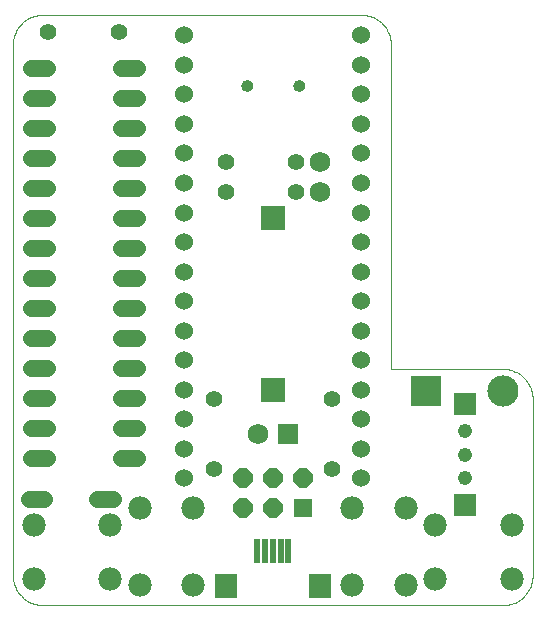
<source format=gts>
G75*
G70*
%OFA0B0*%
%FSLAX24Y24*%
%IPPOS*%
%LPD*%
%AMOC8*
5,1,8,0,0,1.08239X$1,22.5*
%
%ADD10C,0.0000*%
%ADD11C,0.0600*%
%ADD12R,0.0800X0.0800*%
%ADD13R,0.0690X0.0690*%
%ADD14C,0.0690*%
%ADD15R,0.1040X0.1040*%
%ADD16C,0.1040*%
%ADD17R,0.0197X0.0827*%
%ADD18R,0.0749X0.0788*%
%ADD19C,0.0560*%
%ADD20C,0.0780*%
%ADD21C,0.0555*%
%ADD22R,0.0749X0.0749*%
%ADD23C,0.0476*%
%ADD24OC8,0.0640*%
%ADD25R,0.0640X0.0640*%
%ADD26C,0.0394*%
D10*
X001123Y001047D02*
X016445Y001047D01*
X016505Y001049D01*
X016566Y001054D01*
X016625Y001063D01*
X016684Y001076D01*
X016743Y001092D01*
X016800Y001112D01*
X016855Y001135D01*
X016910Y001162D01*
X016962Y001191D01*
X017013Y001224D01*
X017062Y001260D01*
X017108Y001298D01*
X017152Y001340D01*
X017194Y001384D01*
X017232Y001430D01*
X017268Y001479D01*
X017301Y001530D01*
X017330Y001582D01*
X017357Y001637D01*
X017380Y001692D01*
X017400Y001749D01*
X017416Y001808D01*
X017429Y001867D01*
X017438Y001926D01*
X017443Y001987D01*
X017445Y002047D01*
X017445Y007921D01*
X017443Y007981D01*
X017438Y008042D01*
X017429Y008101D01*
X017416Y008160D01*
X017400Y008219D01*
X017380Y008276D01*
X017357Y008331D01*
X017330Y008386D01*
X017301Y008438D01*
X017268Y008489D01*
X017232Y008538D01*
X017194Y008584D01*
X017152Y008628D01*
X017108Y008670D01*
X017062Y008708D01*
X017013Y008744D01*
X016962Y008777D01*
X016910Y008806D01*
X016855Y008833D01*
X016800Y008856D01*
X016743Y008876D01*
X016684Y008892D01*
X016625Y008905D01*
X016566Y008914D01*
X016505Y008919D01*
X016445Y008921D01*
X012721Y008921D01*
X012721Y019732D01*
X012719Y019792D01*
X012714Y019853D01*
X012705Y019912D01*
X012692Y019971D01*
X012676Y020030D01*
X012656Y020087D01*
X012633Y020142D01*
X012606Y020197D01*
X012577Y020249D01*
X012544Y020300D01*
X012508Y020349D01*
X012470Y020395D01*
X012428Y020439D01*
X012384Y020481D01*
X012338Y020519D01*
X012289Y020555D01*
X012238Y020588D01*
X012186Y020617D01*
X012131Y020644D01*
X012076Y020667D01*
X012019Y020687D01*
X011960Y020703D01*
X011901Y020716D01*
X011842Y020725D01*
X011781Y020730D01*
X011721Y020732D01*
X001123Y020732D01*
X001063Y020730D01*
X001002Y020725D01*
X000943Y020716D01*
X000884Y020703D01*
X000825Y020687D01*
X000768Y020667D01*
X000713Y020644D01*
X000658Y020617D01*
X000606Y020588D01*
X000555Y020555D01*
X000506Y020519D01*
X000460Y020481D01*
X000416Y020439D01*
X000374Y020395D01*
X000336Y020349D01*
X000300Y020300D01*
X000267Y020249D01*
X000238Y020197D01*
X000211Y020142D01*
X000188Y020087D01*
X000168Y020030D01*
X000152Y019971D01*
X000139Y019912D01*
X000130Y019853D01*
X000125Y019792D01*
X000123Y019732D01*
X000123Y002047D01*
X000125Y001987D01*
X000130Y001926D01*
X000139Y001867D01*
X000152Y001808D01*
X000168Y001749D01*
X000188Y001692D01*
X000211Y001637D01*
X000238Y001582D01*
X000267Y001530D01*
X000300Y001479D01*
X000336Y001430D01*
X000374Y001384D01*
X000416Y001340D01*
X000460Y001298D01*
X000506Y001260D01*
X000555Y001224D01*
X000606Y001191D01*
X000658Y001162D01*
X000713Y001135D01*
X000768Y001112D01*
X000825Y001092D01*
X000884Y001076D01*
X000943Y001063D01*
X001002Y001054D01*
X001063Y001049D01*
X001123Y001047D01*
X007741Y018370D02*
X007743Y018396D01*
X007749Y018422D01*
X007759Y018447D01*
X007772Y018470D01*
X007788Y018490D01*
X007808Y018508D01*
X007830Y018523D01*
X007853Y018535D01*
X007879Y018543D01*
X007905Y018547D01*
X007931Y018547D01*
X007957Y018543D01*
X007983Y018535D01*
X008007Y018523D01*
X008028Y018508D01*
X008048Y018490D01*
X008064Y018470D01*
X008077Y018447D01*
X008087Y018422D01*
X008093Y018396D01*
X008095Y018370D01*
X008093Y018344D01*
X008087Y018318D01*
X008077Y018293D01*
X008064Y018270D01*
X008048Y018250D01*
X008028Y018232D01*
X008006Y018217D01*
X007983Y018205D01*
X007957Y018197D01*
X007931Y018193D01*
X007905Y018193D01*
X007879Y018197D01*
X007853Y018205D01*
X007829Y018217D01*
X007808Y018232D01*
X007788Y018250D01*
X007772Y018270D01*
X007759Y018293D01*
X007749Y018318D01*
X007743Y018344D01*
X007741Y018370D01*
X009473Y018370D02*
X009475Y018396D01*
X009481Y018422D01*
X009491Y018447D01*
X009504Y018470D01*
X009520Y018490D01*
X009540Y018508D01*
X009562Y018523D01*
X009585Y018535D01*
X009611Y018543D01*
X009637Y018547D01*
X009663Y018547D01*
X009689Y018543D01*
X009715Y018535D01*
X009739Y018523D01*
X009760Y018508D01*
X009780Y018490D01*
X009796Y018470D01*
X009809Y018447D01*
X009819Y018422D01*
X009825Y018396D01*
X009827Y018370D01*
X009825Y018344D01*
X009819Y018318D01*
X009809Y018293D01*
X009796Y018270D01*
X009780Y018250D01*
X009760Y018232D01*
X009738Y018217D01*
X009715Y018205D01*
X009689Y018197D01*
X009663Y018193D01*
X009637Y018193D01*
X009611Y018197D01*
X009585Y018205D01*
X009561Y018217D01*
X009540Y018232D01*
X009520Y018250D01*
X009504Y018270D01*
X009491Y018293D01*
X009481Y018318D01*
X009475Y018344D01*
X009473Y018370D01*
D11*
X011737Y018074D03*
X011737Y017090D03*
X011737Y016106D03*
X011737Y015121D03*
X011737Y014137D03*
X011737Y013153D03*
X011737Y012169D03*
X011737Y011184D03*
X011737Y010200D03*
X011737Y009216D03*
X011737Y008232D03*
X011737Y007247D03*
X011737Y006263D03*
X011737Y005279D03*
X005831Y005279D03*
X005831Y006263D03*
X005831Y007247D03*
X005831Y008232D03*
X005831Y009216D03*
X005831Y010200D03*
X005831Y011184D03*
X005831Y012169D03*
X005831Y013153D03*
X005831Y014137D03*
X005831Y015121D03*
X005831Y016106D03*
X005831Y017090D03*
X005831Y018074D03*
X005831Y019058D03*
X005831Y020043D03*
X011737Y020043D03*
X011737Y019058D03*
D12*
X008784Y013961D03*
X008784Y008211D03*
D13*
X009284Y006755D03*
D14*
X008284Y006755D03*
X010359Y014826D03*
X010359Y015826D03*
D15*
X013902Y008177D03*
D16*
X016461Y008177D03*
D17*
X009296Y002858D03*
X009040Y002858D03*
X008784Y002858D03*
X008528Y002858D03*
X008272Y002858D03*
D18*
X007209Y001696D03*
X010359Y001696D03*
D19*
X004245Y005964D02*
X003725Y005964D01*
X003725Y006964D02*
X004245Y006964D01*
X004245Y007964D02*
X003725Y007964D01*
X003725Y008964D02*
X004245Y008964D01*
X004245Y009964D02*
X003725Y009964D01*
X003725Y010964D02*
X004245Y010964D01*
X004245Y011964D02*
X003725Y011964D01*
X003725Y012964D02*
X004245Y012964D01*
X004245Y013964D02*
X003725Y013964D01*
X003725Y014964D02*
X004245Y014964D01*
X004245Y015964D02*
X003725Y015964D01*
X003725Y016964D02*
X004245Y016964D01*
X004245Y017964D02*
X003725Y017964D01*
X003725Y018964D02*
X004245Y018964D01*
X001245Y018964D02*
X000725Y018964D01*
X000725Y017964D02*
X001245Y017964D01*
X001245Y016964D02*
X000725Y016964D01*
X000725Y015964D02*
X001245Y015964D01*
X001245Y014964D02*
X000725Y014964D01*
X000725Y013964D02*
X001245Y013964D01*
X001245Y012964D02*
X000725Y012964D01*
X000725Y011964D02*
X001245Y011964D01*
X001245Y010964D02*
X000725Y010964D01*
X000725Y009964D02*
X001245Y009964D01*
X001245Y008964D02*
X000725Y008964D01*
X000725Y007964D02*
X001245Y007964D01*
X001245Y006964D02*
X000725Y006964D01*
X000725Y005964D02*
X001245Y005964D01*
X001170Y004590D02*
X000650Y004590D01*
X002937Y004590D02*
X003457Y004590D01*
D20*
X003371Y003708D03*
X004351Y004295D03*
X006131Y004295D03*
X006131Y001735D03*
X004351Y001735D03*
X003371Y001928D03*
X000811Y001928D03*
X000811Y003708D03*
X011437Y004295D03*
X013217Y004295D03*
X014197Y003708D03*
X014197Y001928D03*
X013217Y001735D03*
X011437Y001735D03*
X016757Y001928D03*
X016757Y003708D03*
D21*
X010753Y005574D03*
X010753Y007936D03*
X006816Y007936D03*
X006816Y005574D03*
X007209Y014826D03*
X007209Y015810D03*
X009571Y015810D03*
X009571Y014826D03*
X003666Y020141D03*
X001304Y020141D03*
D22*
X015182Y007740D03*
X015182Y004393D03*
D23*
X015182Y005279D03*
X015182Y006066D03*
X015182Y006854D03*
D24*
X009784Y005287D03*
X008784Y005287D03*
X007784Y005287D03*
X007784Y004287D03*
X008784Y004287D03*
D25*
X009784Y004287D03*
D26*
X009650Y018370D03*
X007918Y018370D03*
M02*

</source>
